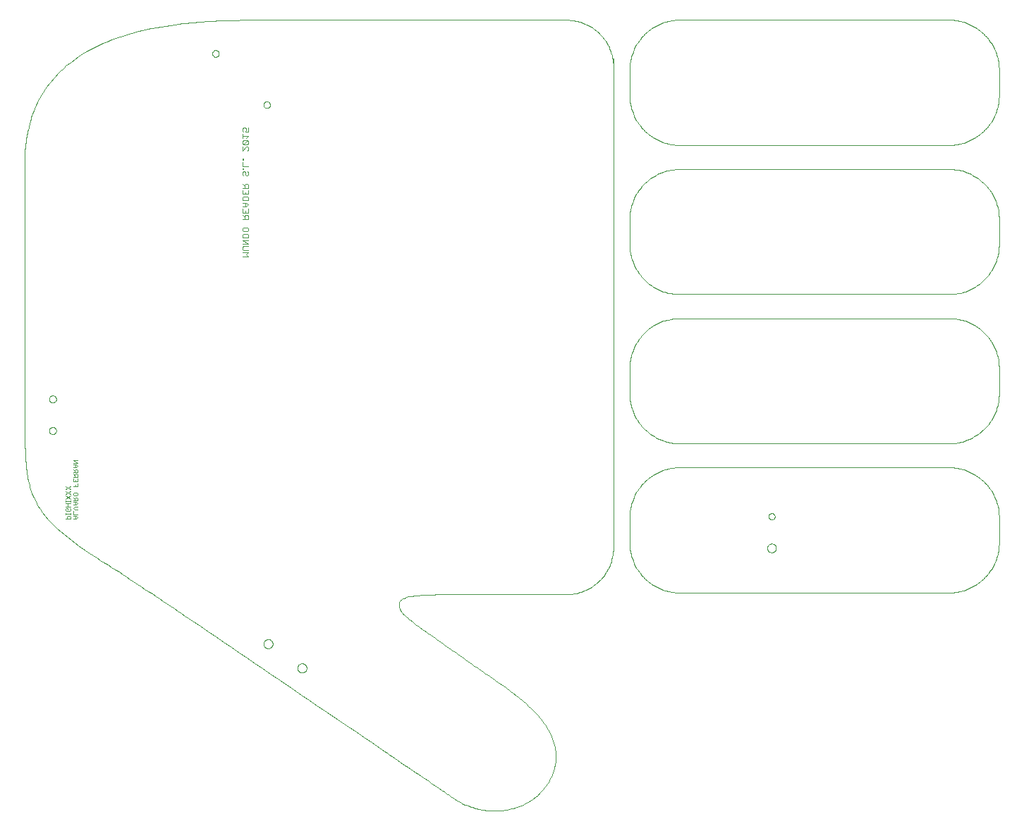
<source format=gbo>
G75*
%MOIN*%
%OFA0B0*%
%FSLAX25Y25*%
%IPPOS*%
%LPD*%
%AMOC8*
5,1,8,0,0,1.08239X$1,22.5*
%
%ADD10C,0.00394*%
%ADD11C,0.00300*%
%ADD12C,0.00400*%
%ADD13C,0.00000*%
D10*
X0114420Y0091836D02*
X0118103Y0089341D01*
X0121786Y0086847D01*
X0125468Y0084351D01*
X0129149Y0081855D01*
X0132830Y0079358D01*
X0136510Y0076861D01*
X0143870Y0071864D01*
X0147550Y0069365D01*
X0151228Y0066865D01*
X0154907Y0064365D01*
X0158586Y0061865D01*
X0165942Y0056863D01*
X0169620Y0054362D01*
X0173298Y0051860D01*
X0176976Y0049358D01*
X0180653Y0046857D01*
X0184331Y0044355D01*
X0185557Y0043521D01*
X0186783Y0042686D01*
X0188009Y0041852D01*
X0189235Y0041018D01*
X0190460Y0040184D01*
X0191686Y0039350D01*
X0192912Y0038515D01*
X0194138Y0037681D01*
X0196590Y0036013D01*
X0197816Y0035178D01*
X0199041Y0034344D01*
X0200267Y0033509D01*
X0201493Y0032675D01*
X0202719Y0031841D01*
X0203944Y0031006D01*
X0205170Y0030172D01*
X0207621Y0028503D01*
X0208847Y0027668D01*
X0211298Y0025999D01*
X0212524Y0025164D01*
X0213749Y0024329D01*
X0214151Y0024056D01*
X0214551Y0023779D01*
X0214951Y0023500D01*
X0215351Y0023220D01*
X0215751Y0022939D01*
X0216151Y0022658D01*
X0216551Y0022377D01*
X0216952Y0022096D01*
X0217756Y0021537D01*
X0218159Y0021260D01*
X0218971Y0020712D01*
X0219379Y0020441D01*
X0219790Y0020177D01*
X0220201Y0019912D01*
X0220615Y0019653D01*
X0221033Y0019401D01*
X0221451Y0019149D01*
X0221873Y0018904D01*
X0222726Y0018433D01*
X0223157Y0018207D01*
X0223594Y0017992D01*
X0224254Y0017667D01*
X0224925Y0017364D01*
X0225604Y0017084D01*
X0226284Y0016803D01*
X0226972Y0016544D01*
X0227669Y0016308D01*
X0228365Y0016071D01*
X0229069Y0015857D01*
X0229779Y0015666D01*
X0230488Y0015475D01*
X0231205Y0015306D01*
X0231925Y0015160D01*
X0232646Y0015014D01*
X0233371Y0014891D01*
X0234100Y0014791D01*
X0234828Y0014691D01*
X0235560Y0014615D01*
X0237027Y0014508D01*
X0237762Y0014478D01*
X0239232Y0014465D01*
X0239968Y0014482D01*
X0240702Y0014524D01*
X0241707Y0014580D01*
X0242710Y0014682D01*
X0243705Y0014831D01*
X0244701Y0014980D01*
X0245689Y0015174D01*
X0246665Y0015414D01*
X0247641Y0015654D01*
X0248605Y0015940D01*
X0250498Y0016603D01*
X0251428Y0016980D01*
X0252336Y0017402D01*
X0253243Y0017824D01*
X0254129Y0018291D01*
X0254988Y0018803D01*
X0255847Y0019315D01*
X0256679Y0019872D01*
X0258280Y0021075D01*
X0259048Y0021722D01*
X0260512Y0023103D01*
X0261207Y0023838D01*
X0261861Y0024617D01*
X0262532Y0025416D01*
X0263151Y0026248D01*
X0263715Y0027108D01*
X0264280Y0027968D01*
X0264790Y0028855D01*
X0265243Y0029766D01*
X0265696Y0030676D01*
X0266092Y0031609D01*
X0266428Y0032560D01*
X0266763Y0033511D01*
X0267039Y0034480D01*
X0267463Y0036441D01*
X0267613Y0037435D01*
X0267696Y0038435D01*
X0267780Y0039436D01*
X0267797Y0040444D01*
X0267694Y0042465D01*
X0267574Y0043477D01*
X0267382Y0044486D01*
X0267190Y0045496D01*
X0266927Y0046502D01*
X0266588Y0047501D01*
X0266243Y0048521D01*
X0265840Y0049517D01*
X0265387Y0050488D01*
X0264935Y0051459D01*
X0264432Y0052406D01*
X0263885Y0053329D01*
X0263339Y0054253D01*
X0262749Y0055153D01*
X0262123Y0056030D01*
X0261497Y0056907D01*
X0260835Y0057761D01*
X0260142Y0058592D01*
X0259450Y0059424D01*
X0258728Y0060234D01*
X0257984Y0061022D01*
X0257239Y0061810D01*
X0256472Y0062577D01*
X0255689Y0063322D01*
X0254905Y0064068D01*
X0254106Y0064793D01*
X0253298Y0065497D01*
X0252490Y0066202D01*
X0251672Y0066886D01*
X0250853Y0067551D01*
X0250015Y0068231D01*
X0249169Y0068900D01*
X0247461Y0070223D01*
X0246599Y0070876D01*
X0245732Y0071522D01*
X0244865Y0072167D01*
X0243992Y0072807D01*
X0243115Y0073440D01*
X0242237Y0074074D01*
X0241355Y0074703D01*
X0240471Y0075327D01*
X0239586Y0075952D01*
X0238698Y0076572D01*
X0237810Y0077191D01*
X0236921Y0077809D01*
X0236031Y0078425D01*
X0235141Y0079041D01*
X0234251Y0079656D01*
X0233361Y0080270D01*
X0232473Y0080885D01*
X0231585Y0081501D01*
X0230698Y0082116D01*
X0229815Y0082735D01*
X0228903Y0083373D01*
X0227990Y0084011D01*
X0226164Y0085286D01*
X0225251Y0085924D01*
X0224338Y0086561D01*
X0223424Y0087198D01*
X0222511Y0087836D01*
X0221598Y0088473D01*
X0220685Y0089111D01*
X0219772Y0089749D01*
X0218860Y0090387D01*
X0217947Y0091026D01*
X0217035Y0091665D01*
X0216124Y0092304D01*
X0215212Y0092944D01*
X0214301Y0093585D01*
X0213391Y0094226D01*
X0212481Y0094868D01*
X0211571Y0095510D01*
X0210663Y0096154D01*
X0209754Y0096798D01*
X0208847Y0097443D01*
X0207940Y0098090D01*
X0207542Y0098374D01*
X0207143Y0098657D01*
X0206743Y0098940D01*
X0206343Y0099222D01*
X0205942Y0099504D01*
X0205541Y0099787D01*
X0205140Y0100070D01*
X0204739Y0100353D01*
X0204338Y0100637D01*
X0203938Y0100921D01*
X0203538Y0101207D01*
X0203140Y0101494D01*
X0202741Y0101781D01*
X0202344Y0102069D01*
X0201554Y0102652D01*
X0201161Y0102946D01*
X0200771Y0103243D01*
X0200381Y0103540D01*
X0199993Y0103840D01*
X0199609Y0104144D01*
X0199226Y0104448D01*
X0198845Y0104755D01*
X0198469Y0105068D01*
X0198220Y0105274D01*
X0197946Y0105502D01*
X0197658Y0105748D01*
X0197370Y0105994D01*
X0197069Y0106259D01*
X0196766Y0106540D01*
X0196464Y0106820D01*
X0196160Y0107117D01*
X0195574Y0107736D01*
X0195292Y0108059D01*
X0194773Y0108727D01*
X0194537Y0109072D01*
X0194134Y0109778D01*
X0193967Y0110139D01*
X0193848Y0110506D01*
X0193728Y0110873D01*
X0193656Y0111245D01*
X0193643Y0111620D01*
X0193630Y0111996D01*
X0193676Y0112375D01*
X0193794Y0112754D01*
X0193916Y0113147D01*
X0194108Y0113494D01*
X0194355Y0113801D01*
X0194602Y0114107D01*
X0194905Y0114373D01*
X0195249Y0114604D01*
X0195593Y0114835D01*
X0195979Y0115031D01*
X0196804Y0115367D01*
X0197244Y0115507D01*
X0198150Y0115740D01*
X0198616Y0115834D01*
X0199082Y0115912D01*
X0199547Y0115990D01*
X0200011Y0116051D01*
X0200908Y0116152D01*
X0201342Y0116192D01*
X0201746Y0116227D01*
X0202151Y0116263D01*
X0202526Y0116294D01*
X0202857Y0116326D01*
X0203312Y0116370D01*
X0203766Y0116410D01*
X0204677Y0116482D01*
X0205132Y0116514D01*
X0205588Y0116542D01*
X0206043Y0116570D01*
X0206499Y0116595D01*
X0206956Y0116616D01*
X0207412Y0116638D01*
X0207868Y0116656D01*
X0208325Y0116672D01*
X0208781Y0116688D01*
X0209238Y0116701D01*
X0210151Y0116723D01*
X0210608Y0116732D01*
X0211064Y0116739D01*
X0211521Y0116746D01*
X0211977Y0116751D01*
X0212434Y0116755D01*
X0212891Y0116759D01*
X0213347Y0116762D01*
X0213803Y0116764D01*
X0214793Y0116768D01*
X0215783Y0116771D01*
X0217764Y0116777D01*
X0218754Y0116779D01*
X0219744Y0116781D01*
X0220734Y0116782D01*
X0221724Y0116784D01*
X0222714Y0116784D01*
X0223704Y0116785D01*
X0224695Y0116786D01*
X0225685Y0116786D01*
X0226675Y0116786D01*
X0227665Y0116786D01*
X0228655Y0116786D01*
X0229645Y0116786D01*
X0230635Y0116786D01*
X0231626Y0116786D01*
X0232616Y0116786D01*
X0233606Y0116787D01*
X0234596Y0116787D01*
X0235586Y0116788D01*
X0236576Y0116788D01*
X0237566Y0116790D01*
X0238764Y0116791D01*
X0239962Y0116793D01*
X0242358Y0116795D01*
X0243555Y0116796D01*
X0244753Y0116797D01*
X0245951Y0116799D01*
X0247149Y0116800D01*
X0248347Y0116801D01*
X0249545Y0116802D01*
X0250743Y0116802D01*
X0251940Y0116803D01*
X0253138Y0116804D01*
X0254336Y0116805D01*
X0256732Y0116806D01*
X0257930Y0116806D01*
X0259127Y0116807D01*
X0260325Y0116807D01*
X0261523Y0116808D01*
X0262721Y0116808D01*
X0263919Y0116808D01*
X0265117Y0116808D01*
X0266718Y0116808D01*
X0267123Y0116804D01*
X0267531Y0116799D01*
X0267938Y0116794D01*
X0268347Y0116786D01*
X0268757Y0116779D01*
X0269167Y0116772D01*
X0269578Y0116766D01*
X0269989Y0116761D01*
X0270401Y0116756D01*
X0270813Y0116753D01*
X0271636Y0116755D01*
X0272047Y0116760D01*
X0272869Y0116781D01*
X0273279Y0116798D01*
X0273687Y0116822D01*
X0274095Y0116846D01*
X0274502Y0116878D01*
X0275312Y0116960D01*
X0275714Y0117011D01*
X0276114Y0117073D01*
X0276875Y0117192D01*
X0277626Y0117350D01*
X0278366Y0117547D01*
X0279106Y0117744D01*
X0279834Y0117979D01*
X0280547Y0118250D01*
X0281260Y0118521D01*
X0281959Y0118828D01*
X0282641Y0119170D01*
X0283322Y0119512D01*
X0283986Y0119888D01*
X0284630Y0120296D01*
X0285273Y0120704D01*
X0285896Y0121144D01*
X0286496Y0121615D01*
X0287096Y0122085D01*
X0287673Y0122586D01*
X0288224Y0123115D01*
X0288774Y0123644D01*
X0289299Y0124201D01*
X0289795Y0124785D01*
X0290290Y0125368D01*
X0290757Y0125978D01*
X0291191Y0126612D01*
X0291565Y0127156D01*
X0291906Y0127708D01*
X0292217Y0128270D01*
X0292528Y0128831D01*
X0292810Y0129401D01*
X0293317Y0130555D01*
X0293544Y0131140D01*
X0293744Y0131732D01*
X0293945Y0132324D01*
X0294120Y0132922D01*
X0294272Y0133527D01*
X0294424Y0134132D01*
X0294553Y0134743D01*
X0294660Y0135360D01*
X0294768Y0135977D01*
X0294854Y0136599D01*
X0294988Y0137853D01*
X0295037Y0138485D01*
X0295068Y0139121D01*
X0295100Y0139758D01*
X0295114Y0140398D01*
X0295114Y0370099D01*
X0295096Y0365780D01*
X0295057Y0366455D01*
X0295019Y0367131D01*
X0294959Y0367802D01*
X0294878Y0368466D01*
X0294796Y0369131D01*
X0294692Y0369790D01*
X0294563Y0370441D01*
X0294435Y0371093D01*
X0294282Y0371738D01*
X0293922Y0373011D01*
X0293716Y0373640D01*
X0293482Y0374260D01*
X0293247Y0374880D01*
X0292984Y0375491D01*
X0292690Y0376092D01*
X0292396Y0376693D01*
X0292071Y0377284D01*
X0291714Y0377865D01*
X0291357Y0378445D01*
X0290968Y0379015D01*
X0290543Y0379572D01*
X0290076Y0380186D01*
X0289578Y0380774D01*
X0288526Y0381895D01*
X0287972Y0382427D01*
X0287394Y0382929D01*
X0286815Y0383431D01*
X0286212Y0383904D01*
X0284962Y0384786D01*
X0284315Y0385195D01*
X0282984Y0385947D01*
X0282300Y0386289D01*
X0281599Y0386596D01*
X0280899Y0386903D01*
X0280183Y0387175D01*
X0279454Y0387409D01*
X0278725Y0387644D01*
X0277983Y0387841D01*
X0277231Y0387999D01*
X0276479Y0388158D01*
X0275718Y0388277D01*
X0274949Y0388355D01*
X0274570Y0388394D01*
X0274190Y0388425D01*
X0273809Y0388450D01*
X0273428Y0388474D01*
X0273046Y0388493D01*
X0272664Y0388506D01*
X0272281Y0388519D01*
X0271898Y0388528D01*
X0271514Y0388532D01*
X0271131Y0388537D01*
X0270747Y0388538D01*
X0270362Y0388537D01*
X0269978Y0388535D01*
X0269594Y0388531D01*
X0269210Y0388526D01*
X0268826Y0388521D01*
X0268442Y0388515D01*
X0268059Y0388509D01*
X0267675Y0388503D01*
X0267292Y0388497D01*
X0266528Y0388489D01*
X0266146Y0388486D01*
X0130394Y0388486D01*
X0128533Y0388483D01*
X0126671Y0388475D01*
X0124809Y0388466D01*
X0122947Y0388452D01*
X0121086Y0388429D01*
X0119224Y0388405D01*
X0117363Y0388372D01*
X0113642Y0388282D01*
X0111783Y0388224D01*
X0109923Y0388151D01*
X0108064Y0388078D01*
X0106206Y0387989D01*
X0104349Y0387881D01*
X0102492Y0387773D01*
X0100636Y0387646D01*
X0098782Y0387497D01*
X0096927Y0387348D01*
X0095074Y0387176D01*
X0093222Y0386980D01*
X0091371Y0386783D01*
X0089521Y0386560D01*
X0087673Y0386309D01*
X0085526Y0386017D01*
X0083369Y0385690D01*
X0081210Y0385320D01*
X0079051Y0384949D01*
X0076891Y0384536D01*
X0074737Y0384072D01*
X0072584Y0383609D01*
X0070437Y0383095D01*
X0068307Y0382523D01*
X0066176Y0381951D01*
X0064062Y0381322D01*
X0059882Y0379933D01*
X0057817Y0379174D01*
X0055785Y0378342D01*
X0053753Y0377510D01*
X0051755Y0376605D01*
X0049799Y0375621D01*
X0047844Y0374637D01*
X0045930Y0373573D01*
X0044068Y0372421D01*
X0042205Y0371270D01*
X0040394Y0370031D01*
X0038643Y0368698D01*
X0037813Y0368066D01*
X0037000Y0367413D01*
X0036207Y0366738D01*
X0035413Y0366063D01*
X0034638Y0365367D01*
X0033884Y0364651D01*
X0033129Y0363935D01*
X0032395Y0363199D01*
X0030970Y0361686D01*
X0030279Y0360910D01*
X0028944Y0359319D01*
X0028299Y0358505D01*
X0027059Y0356839D01*
X0026464Y0355988D01*
X0025324Y0354249D01*
X0024780Y0353362D01*
X0023746Y0351553D01*
X0023257Y0350631D01*
X0022796Y0349693D01*
X0022409Y0348905D01*
X0022048Y0348111D01*
X0021372Y0346513D01*
X0021057Y0345708D01*
X0020764Y0344899D01*
X0020470Y0344089D01*
X0020197Y0343275D01*
X0019942Y0342455D01*
X0019687Y0341636D01*
X0019450Y0340812D01*
X0019008Y0339155D01*
X0018803Y0338322D01*
X0018610Y0337484D01*
X0018418Y0336647D01*
X0018238Y0335805D01*
X0018069Y0334959D01*
X0017899Y0334114D01*
X0017741Y0333264D01*
X0017589Y0332410D01*
X0017438Y0331557D01*
X0017295Y0330700D01*
X0017157Y0329839D01*
X0017099Y0329480D01*
X0017053Y0329117D01*
X0016978Y0328382D01*
X0016949Y0328011D01*
X0016907Y0327265D01*
X0016893Y0326889D01*
X0016883Y0326511D01*
X0016874Y0326134D01*
X0016870Y0325755D01*
X0016869Y0325376D01*
X0016869Y0324997D01*
X0016871Y0324618D01*
X0016874Y0324239D01*
X0016878Y0323860D01*
X0016882Y0323483D01*
X0016889Y0322731D01*
X0016892Y0322357D01*
X0016892Y0321987D01*
X0016892Y0321616D01*
X0016889Y0321248D01*
X0016882Y0320885D01*
X0016873Y0320497D01*
X0016867Y0320109D01*
X0016861Y0319720D01*
X0016855Y0319332D01*
X0016851Y0318944D01*
X0016847Y0318556D01*
X0016844Y0318167D01*
X0016841Y0317779D01*
X0016839Y0317391D01*
X0016838Y0317003D01*
X0016836Y0316614D01*
X0016836Y0316226D01*
X0016835Y0315838D01*
X0016835Y0315449D01*
X0016835Y0315061D01*
X0016836Y0314673D01*
X0016836Y0314285D01*
X0016837Y0313896D01*
X0016837Y0313508D01*
X0016838Y0313120D01*
X0016838Y0312731D01*
X0016839Y0312343D01*
X0016839Y0311955D01*
X0016839Y0208801D01*
X0016839Y0208056D01*
X0016838Y0207310D01*
X0016837Y0206564D01*
X0016836Y0205819D01*
X0016835Y0205073D01*
X0016834Y0204327D01*
X0016833Y0203582D01*
X0016831Y0202090D01*
X0016831Y0201345D01*
X0016830Y0200599D01*
X0016830Y0199853D01*
X0016830Y0199108D01*
X0016831Y0198362D01*
X0016831Y0197616D01*
X0016833Y0196871D01*
X0016835Y0196125D01*
X0016837Y0195379D01*
X0016840Y0194634D01*
X0016844Y0193888D01*
X0016848Y0193142D01*
X0016853Y0192397D01*
X0016859Y0191651D01*
X0016868Y0190610D01*
X0016877Y0189565D01*
X0016891Y0188516D01*
X0016904Y0187468D01*
X0016923Y0186416D01*
X0016952Y0185364D01*
X0016980Y0184311D01*
X0017018Y0183257D01*
X0017124Y0181151D01*
X0017191Y0180099D01*
X0017277Y0179048D01*
X0017363Y0177998D01*
X0017469Y0176951D01*
X0017727Y0174864D01*
X0017881Y0173825D01*
X0018063Y0172792D01*
X0018245Y0171759D01*
X0018455Y0170732D01*
X0018699Y0169712D01*
X0018943Y0168693D01*
X0019221Y0167682D01*
X0019536Y0166680D01*
X0020176Y0164648D01*
X0020987Y0162717D01*
X0021943Y0160877D01*
X0022899Y0159037D01*
X0024000Y0157287D01*
X0025219Y0155617D01*
X0026437Y0153947D01*
X0027775Y0152357D01*
X0029204Y0150836D01*
X0030634Y0149315D01*
X0032156Y0147864D01*
X0033743Y0146472D01*
X0035331Y0145080D01*
X0036984Y0143747D01*
X0040370Y0141178D01*
X0042102Y0139942D01*
X0045594Y0137547D01*
X0047353Y0136387D01*
X0049099Y0135255D01*
X0050845Y0134123D01*
X0052578Y0133018D01*
X0054272Y0131931D01*
X0056027Y0130804D01*
X0057780Y0129673D01*
X0059529Y0128538D01*
X0061279Y0127404D01*
X0063026Y0126265D01*
X0064771Y0125123D01*
X0066516Y0123981D01*
X0068258Y0122835D01*
X0069999Y0121687D01*
X0071739Y0120538D01*
X0073478Y0119387D01*
X0075215Y0118233D01*
X0076952Y0117079D01*
X0078687Y0115922D01*
X0080420Y0114764D01*
X0082154Y0113605D01*
X0083887Y0112444D01*
X0085618Y0111282D01*
X0087350Y0110120D01*
X0089080Y0108956D01*
X0090810Y0107791D01*
X0092539Y0106625D01*
X0094268Y0105459D01*
X0095997Y0104292D01*
X0099683Y0101803D01*
X0103368Y0099313D01*
X0107053Y0096821D01*
X0110737Y0094329D01*
X0114420Y0091836D01*
X0303036Y0137277D02*
X0302915Y0138057D01*
X0302753Y0139640D01*
X0302712Y0140443D01*
X0302712Y0154004D01*
X0302753Y0154807D01*
X0302834Y0155598D01*
X0302915Y0156390D01*
X0303036Y0157170D01*
X0303194Y0157937D01*
X0303352Y0158704D01*
X0303547Y0159458D01*
X0303778Y0160197D01*
X0304009Y0160935D01*
X0304276Y0161658D01*
X0304875Y0163070D01*
X0305209Y0163759D01*
X0305573Y0164428D01*
X0305938Y0165097D01*
X0306334Y0165747D01*
X0307186Y0167004D01*
X0307641Y0167612D01*
X0308606Y0168779D01*
X0309115Y0169340D01*
X0309651Y0169875D01*
X0310186Y0170410D01*
X0310746Y0170920D01*
X0311914Y0171885D01*
X0312521Y0172340D01*
X0313779Y0173191D01*
X0314429Y0173587D01*
X0315098Y0173952D01*
X0315767Y0174317D01*
X0316456Y0174650D01*
X0317868Y0175250D01*
X0318591Y0175517D01*
X0319329Y0175748D01*
X0320068Y0175979D01*
X0320821Y0176174D01*
X0322355Y0176490D01*
X0323136Y0176611D01*
X0324719Y0176773D01*
X0325522Y0176814D01*
X0454499Y0176814D01*
X0455302Y0176773D01*
X0456885Y0176611D01*
X0457665Y0176490D01*
X0458432Y0176332D01*
X0459199Y0176174D01*
X0459953Y0175979D01*
X0460691Y0175748D01*
X0461430Y0175517D01*
X0462153Y0175250D01*
X0463565Y0174650D01*
X0464253Y0174317D01*
X0464923Y0173952D01*
X0465592Y0173587D01*
X0466242Y0173191D01*
X0467499Y0172340D01*
X0468106Y0171885D01*
X0469274Y0170920D01*
X0469835Y0170410D01*
X0470370Y0169875D01*
X0470905Y0169340D01*
X0471415Y0168779D01*
X0472380Y0167612D01*
X0472835Y0167004D01*
X0473686Y0165747D01*
X0474082Y0165097D01*
X0474447Y0164428D01*
X0474812Y0163759D01*
X0475145Y0163070D01*
X0475745Y0161658D01*
X0476011Y0160935D01*
X0476242Y0160197D01*
X0476473Y0159458D01*
X0476669Y0158704D01*
X0476985Y0157170D01*
X0477105Y0156390D01*
X0477186Y0155598D01*
X0477267Y0154807D01*
X0477309Y0154004D01*
X0477309Y0140443D01*
X0477267Y0139640D01*
X0477105Y0138057D01*
X0476985Y0137277D01*
X0476827Y0136510D01*
X0476669Y0135743D01*
X0476473Y0134989D01*
X0476242Y0134251D01*
X0476011Y0133512D01*
X0475745Y0132789D01*
X0475145Y0131377D01*
X0474812Y0130689D01*
X0474447Y0130020D01*
X0474082Y0129350D01*
X0473686Y0128700D01*
X0473260Y0128072D01*
X0472835Y0127443D01*
X0472380Y0126836D01*
X0471897Y0126252D01*
X0471415Y0125668D01*
X0470905Y0125107D01*
X0469835Y0124037D01*
X0469274Y0123527D01*
X0468106Y0122562D01*
X0467499Y0122107D01*
X0466870Y0121682D01*
X0466242Y0121256D01*
X0465592Y0120860D01*
X0464923Y0120495D01*
X0464253Y0120130D01*
X0463565Y0119797D01*
X0462153Y0119197D01*
X0461430Y0118931D01*
X0460691Y0118700D01*
X0459953Y0118469D01*
X0459199Y0118273D01*
X0458432Y0118115D01*
X0457665Y0117957D01*
X0456885Y0117837D01*
X0455302Y0117675D01*
X0454499Y0117633D01*
X0325522Y0117633D01*
X0324719Y0117675D01*
X0323136Y0117837D01*
X0322355Y0117957D01*
X0321588Y0118115D01*
X0320821Y0118273D01*
X0320068Y0118469D01*
X0319329Y0118700D01*
X0318591Y0118931D01*
X0317868Y0119197D01*
X0316456Y0119797D01*
X0315767Y0120130D01*
X0315098Y0120495D01*
X0314429Y0120860D01*
X0313779Y0121256D01*
X0313150Y0121682D01*
X0312521Y0122107D01*
X0311914Y0122562D01*
X0310746Y0123527D01*
X0310186Y0124037D01*
X0309115Y0125107D01*
X0308606Y0125668D01*
X0308123Y0126252D01*
X0307641Y0126836D01*
X0307186Y0127443D01*
X0306760Y0128072D01*
X0306334Y0128700D01*
X0305938Y0129350D01*
X0305573Y0130020D01*
X0305209Y0130689D01*
X0304875Y0131377D01*
X0304276Y0132789D01*
X0304009Y0133512D01*
X0303778Y0134251D01*
X0303547Y0134989D01*
X0303352Y0135743D01*
X0303194Y0136510D01*
X0303036Y0137277D01*
X0319329Y0189257D02*
X0318591Y0189488D01*
X0317868Y0189755D01*
X0316456Y0190354D01*
X0315767Y0190688D01*
X0315098Y0191052D01*
X0314429Y0191417D01*
X0313779Y0191813D01*
X0313150Y0192239D01*
X0312521Y0192665D01*
X0311914Y0193120D01*
X0311330Y0193602D01*
X0310746Y0194084D01*
X0310186Y0194594D01*
X0309115Y0195665D01*
X0308606Y0196225D01*
X0307641Y0197393D01*
X0307186Y0198000D01*
X0306760Y0198629D01*
X0306334Y0199258D01*
X0305938Y0199908D01*
X0305573Y0200577D01*
X0305209Y0201246D01*
X0304875Y0201935D01*
X0304276Y0203346D01*
X0304009Y0204070D01*
X0303778Y0204808D01*
X0303547Y0205547D01*
X0303352Y0206300D01*
X0303194Y0207067D01*
X0303036Y0207834D01*
X0302915Y0208615D01*
X0302753Y0210198D01*
X0302712Y0211001D01*
X0302712Y0224561D01*
X0302753Y0225364D01*
X0302915Y0226947D01*
X0303036Y0227728D01*
X0303194Y0228495D01*
X0303352Y0229262D01*
X0303547Y0230015D01*
X0303778Y0230754D01*
X0304009Y0231492D01*
X0304276Y0232216D01*
X0304875Y0233627D01*
X0305209Y0234316D01*
X0305573Y0234985D01*
X0305938Y0235654D01*
X0306334Y0236304D01*
X0307186Y0237562D01*
X0307641Y0238169D01*
X0308606Y0239337D01*
X0309115Y0239897D01*
X0310186Y0240968D01*
X0310746Y0241478D01*
X0311914Y0242442D01*
X0312521Y0242897D01*
X0313779Y0243749D01*
X0314429Y0244145D01*
X0315098Y0244510D01*
X0315767Y0244874D01*
X0316456Y0245208D01*
X0317868Y0245807D01*
X0318591Y0246074D01*
X0319329Y0246305D01*
X0320068Y0246536D01*
X0320821Y0246731D01*
X0322355Y0247047D01*
X0323136Y0247168D01*
X0324719Y0247330D01*
X0325522Y0247371D01*
X0454499Y0247371D01*
X0455302Y0247330D01*
X0456885Y0247168D01*
X0457665Y0247047D01*
X0458432Y0246889D01*
X0459199Y0246731D01*
X0459953Y0246536D01*
X0460691Y0246305D01*
X0461430Y0246074D01*
X0462153Y0245807D01*
X0463565Y0245208D01*
X0464253Y0244874D01*
X0464923Y0244510D01*
X0465592Y0244145D01*
X0466242Y0243749D01*
X0467499Y0242897D01*
X0468106Y0242442D01*
X0469274Y0241478D01*
X0469835Y0240968D01*
X0470905Y0239897D01*
X0471415Y0239337D01*
X0472380Y0238169D01*
X0472835Y0237562D01*
X0473686Y0236304D01*
X0474082Y0235654D01*
X0474447Y0234985D01*
X0474812Y0234316D01*
X0475145Y0233627D01*
X0475745Y0232216D01*
X0476011Y0231492D01*
X0476242Y0230754D01*
X0476473Y0230015D01*
X0476669Y0229262D01*
X0476985Y0227728D01*
X0477105Y0226947D01*
X0477267Y0225364D01*
X0477309Y0224561D01*
X0477309Y0211001D01*
X0477267Y0210198D01*
X0477105Y0208615D01*
X0476985Y0207834D01*
X0476827Y0207067D01*
X0476669Y0206300D01*
X0476473Y0205547D01*
X0476242Y0204808D01*
X0476011Y0204070D01*
X0475745Y0203346D01*
X0475145Y0201935D01*
X0474812Y0201246D01*
X0474447Y0200577D01*
X0474082Y0199908D01*
X0473686Y0199258D01*
X0473260Y0198629D01*
X0472835Y0198000D01*
X0472380Y0197393D01*
X0471415Y0196225D01*
X0470905Y0195665D01*
X0469835Y0194594D01*
X0469274Y0194084D01*
X0468690Y0193602D01*
X0468106Y0193120D01*
X0467499Y0192665D01*
X0466870Y0192239D01*
X0466242Y0191813D01*
X0465592Y0191417D01*
X0464923Y0191052D01*
X0464253Y0190688D01*
X0463565Y0190354D01*
X0462153Y0189755D01*
X0461430Y0189488D01*
X0460691Y0189257D01*
X0459953Y0189026D01*
X0459199Y0188831D01*
X0458432Y0188673D01*
X0457665Y0188515D01*
X0456885Y0188394D01*
X0455302Y0188232D01*
X0454499Y0188191D01*
X0325522Y0188191D01*
X0324719Y0188232D01*
X0323136Y0188394D01*
X0322355Y0188515D01*
X0321588Y0188673D01*
X0320821Y0188831D01*
X0320068Y0189026D01*
X0319329Y0189257D01*
X0324719Y0258789D02*
X0323136Y0258951D01*
X0322355Y0259072D01*
X0320821Y0259388D01*
X0320068Y0259583D01*
X0319329Y0259814D01*
X0318591Y0260045D01*
X0317868Y0260312D01*
X0316456Y0260912D01*
X0315767Y0261245D01*
X0315098Y0261610D01*
X0314429Y0261975D01*
X0313779Y0262371D01*
X0313150Y0262796D01*
X0312521Y0263222D01*
X0311914Y0263677D01*
X0310746Y0264642D01*
X0310186Y0265152D01*
X0309115Y0266222D01*
X0308606Y0266783D01*
X0307641Y0267950D01*
X0307186Y0268558D01*
X0306760Y0269186D01*
X0306334Y0269815D01*
X0305938Y0270465D01*
X0305573Y0271134D01*
X0305209Y0271803D01*
X0304875Y0272492D01*
X0304276Y0273904D01*
X0304009Y0274627D01*
X0303778Y0275365D01*
X0303547Y0276104D01*
X0303352Y0276858D01*
X0303194Y0277625D01*
X0303036Y0278392D01*
X0302915Y0279172D01*
X0302753Y0280755D01*
X0302712Y0281558D01*
X0302712Y0295119D01*
X0302753Y0295922D01*
X0302915Y0297505D01*
X0303036Y0298285D01*
X0303194Y0299052D01*
X0303352Y0299819D01*
X0303547Y0300573D01*
X0303778Y0301311D01*
X0304009Y0302050D01*
X0304276Y0302773D01*
X0304875Y0304185D01*
X0305209Y0304873D01*
X0305573Y0305542D01*
X0305938Y0306212D01*
X0306334Y0306862D01*
X0307186Y0308119D01*
X0307641Y0308726D01*
X0308606Y0309894D01*
X0309115Y0310455D01*
X0310186Y0311525D01*
X0310746Y0312035D01*
X0311914Y0313000D01*
X0312521Y0313455D01*
X0313150Y0313880D01*
X0313779Y0314306D01*
X0314429Y0314702D01*
X0315098Y0315067D01*
X0315767Y0315432D01*
X0316456Y0315765D01*
X0317868Y0316365D01*
X0318591Y0316631D01*
X0319329Y0316862D01*
X0320068Y0317093D01*
X0320821Y0317289D01*
X0322355Y0317605D01*
X0323136Y0317725D01*
X0324719Y0317887D01*
X0325522Y0317929D01*
X0454499Y0317929D01*
X0455302Y0317887D01*
X0456885Y0317725D01*
X0457665Y0317605D01*
X0458432Y0317447D01*
X0459199Y0317289D01*
X0459953Y0317093D01*
X0460691Y0316862D01*
X0461430Y0316631D01*
X0462153Y0316365D01*
X0463565Y0315765D01*
X0464253Y0315432D01*
X0464923Y0315067D01*
X0465592Y0314702D01*
X0466242Y0314306D01*
X0466870Y0313880D01*
X0467499Y0313455D01*
X0468106Y0313000D01*
X0469274Y0312035D01*
X0469835Y0311525D01*
X0470905Y0310455D01*
X0471415Y0309894D01*
X0472380Y0308726D01*
X0472835Y0308119D01*
X0473686Y0306862D01*
X0474082Y0306212D01*
X0474447Y0305542D01*
X0474812Y0304873D01*
X0475145Y0304185D01*
X0475745Y0302773D01*
X0476011Y0302050D01*
X0476242Y0301311D01*
X0476473Y0300573D01*
X0476669Y0299819D01*
X0476985Y0298285D01*
X0477105Y0297505D01*
X0477267Y0295922D01*
X0477309Y0295119D01*
X0477309Y0281558D01*
X0477267Y0280755D01*
X0477105Y0279172D01*
X0476985Y0278392D01*
X0476827Y0277625D01*
X0476669Y0276858D01*
X0476473Y0276104D01*
X0476242Y0275365D01*
X0476011Y0274627D01*
X0475745Y0273904D01*
X0475145Y0272492D01*
X0474812Y0271803D01*
X0474447Y0271134D01*
X0474082Y0270465D01*
X0473686Y0269815D01*
X0473260Y0269186D01*
X0472835Y0268558D01*
X0472380Y0267950D01*
X0471415Y0266783D01*
X0470905Y0266222D01*
X0469835Y0265152D01*
X0469274Y0264642D01*
X0468106Y0263677D01*
X0467499Y0263222D01*
X0466870Y0262796D01*
X0466242Y0262371D01*
X0465592Y0261975D01*
X0464253Y0261245D01*
X0463565Y0260912D01*
X0462153Y0260312D01*
X0461430Y0260045D01*
X0460691Y0259814D01*
X0459953Y0259583D01*
X0459199Y0259388D01*
X0458432Y0259230D01*
X0457665Y0259072D01*
X0456885Y0258951D01*
X0455302Y0258789D01*
X0454499Y0258748D01*
X0325522Y0258748D01*
X0324719Y0258789D01*
X0325522Y0329305D02*
X0454499Y0329305D01*
X0455302Y0329347D01*
X0456885Y0329509D01*
X0457665Y0329629D01*
X0458432Y0329787D01*
X0459199Y0329945D01*
X0459953Y0330141D01*
X0460691Y0330372D01*
X0461430Y0330603D01*
X0462153Y0330869D01*
X0463565Y0331469D01*
X0464253Y0331802D01*
X0464923Y0332167D01*
X0465592Y0332532D01*
X0466242Y0332928D01*
X0467499Y0333779D01*
X0468106Y0334234D01*
X0469274Y0335199D01*
X0469835Y0335709D01*
X0470905Y0336779D01*
X0471415Y0337340D01*
X0472380Y0338508D01*
X0472835Y0339115D01*
X0473686Y0340372D01*
X0474082Y0341022D01*
X0474447Y0341691D01*
X0474812Y0342361D01*
X0475145Y0343049D01*
X0475745Y0344461D01*
X0476011Y0345184D01*
X0476242Y0345923D01*
X0476473Y0346661D01*
X0476669Y0347415D01*
X0476827Y0348182D01*
X0476985Y0348949D01*
X0477105Y0349729D01*
X0477267Y0351312D01*
X0477309Y0352115D01*
X0477309Y0365676D01*
X0477267Y0366479D01*
X0477105Y0368062D01*
X0476985Y0368842D01*
X0476827Y0369609D01*
X0476669Y0370376D01*
X0476473Y0371130D01*
X0476242Y0371868D01*
X0476011Y0372607D01*
X0475745Y0373330D01*
X0475145Y0374742D01*
X0474812Y0375431D01*
X0474447Y0376100D01*
X0474082Y0376769D01*
X0473686Y0377419D01*
X0473260Y0378048D01*
X0472835Y0378676D01*
X0472380Y0379284D01*
X0471415Y0380451D01*
X0470905Y0381012D01*
X0469835Y0382082D01*
X0469274Y0382592D01*
X0468106Y0383557D01*
X0467499Y0384012D01*
X0466870Y0384438D01*
X0466242Y0384863D01*
X0465592Y0385259D01*
X0464923Y0385624D01*
X0464253Y0385989D01*
X0463565Y0386322D01*
X0462153Y0386922D01*
X0461430Y0387188D01*
X0460691Y0387419D01*
X0459953Y0387650D01*
X0459199Y0387846D01*
X0458432Y0388004D01*
X0457665Y0388162D01*
X0456885Y0388282D01*
X0455302Y0388445D01*
X0454499Y0388486D01*
X0325522Y0388486D01*
X0324719Y0388445D01*
X0323136Y0388282D01*
X0322355Y0388162D01*
X0321588Y0388004D01*
X0320821Y0387846D01*
X0320068Y0387650D01*
X0319329Y0387419D01*
X0318591Y0387188D01*
X0317868Y0386922D01*
X0316456Y0386322D01*
X0315767Y0385989D01*
X0315098Y0385624D01*
X0314429Y0385259D01*
X0313779Y0384863D01*
X0313150Y0384438D01*
X0312521Y0384012D01*
X0311914Y0383557D01*
X0310746Y0382592D01*
X0310186Y0382082D01*
X0309115Y0381012D01*
X0308606Y0380451D01*
X0307641Y0379284D01*
X0307186Y0378676D01*
X0306760Y0378048D01*
X0306334Y0377419D01*
X0305938Y0376769D01*
X0305573Y0376100D01*
X0305209Y0375431D01*
X0304875Y0374742D01*
X0304276Y0373330D01*
X0304009Y0372607D01*
X0303778Y0371868D01*
X0303547Y0371130D01*
X0303352Y0370376D01*
X0303194Y0369609D01*
X0303036Y0368842D01*
X0302915Y0368062D01*
X0302753Y0366479D01*
X0302712Y0365676D01*
X0302712Y0352115D01*
X0302753Y0351312D01*
X0302915Y0349729D01*
X0303036Y0348949D01*
X0303194Y0348182D01*
X0303352Y0347415D01*
X0303547Y0346661D01*
X0303778Y0345923D01*
X0304009Y0345184D01*
X0304276Y0344461D01*
X0304875Y0343049D01*
X0305209Y0342361D01*
X0305573Y0341691D01*
X0305938Y0341022D01*
X0306334Y0340372D01*
X0307186Y0339115D01*
X0307641Y0338508D01*
X0308606Y0337340D01*
X0309115Y0336779D01*
X0310186Y0335709D01*
X0310746Y0335199D01*
X0311914Y0334234D01*
X0312521Y0333779D01*
X0313779Y0332928D01*
X0314429Y0332532D01*
X0315098Y0332167D01*
X0315767Y0331802D01*
X0316456Y0331469D01*
X0317868Y0330869D01*
X0318591Y0330603D01*
X0319329Y0330372D01*
X0320068Y0330141D01*
X0320821Y0329945D01*
X0322355Y0329629D01*
X0323136Y0329509D01*
X0324719Y0329347D01*
X0325522Y0329305D01*
D11*
X0041898Y0180398D02*
X0039796Y0180398D01*
X0041898Y0178997D01*
X0039796Y0178997D01*
X0039796Y0178188D02*
X0041198Y0178188D01*
X0041898Y0177488D01*
X0041198Y0176787D01*
X0039796Y0176787D01*
X0039796Y0175978D02*
X0040497Y0175278D01*
X0040497Y0175628D02*
X0040497Y0174577D01*
X0039796Y0174577D02*
X0041898Y0174577D01*
X0041898Y0175628D01*
X0041548Y0175978D01*
X0040847Y0175978D01*
X0040497Y0175628D01*
X0040847Y0176787D02*
X0040847Y0178188D01*
X0040847Y0173768D02*
X0040497Y0173418D01*
X0040497Y0172367D01*
X0039796Y0172367D02*
X0041898Y0172367D01*
X0041898Y0173418D01*
X0041548Y0173768D01*
X0040847Y0173768D01*
X0040497Y0173068D02*
X0039796Y0173768D01*
X0039796Y0171559D02*
X0039796Y0170157D01*
X0041898Y0170157D01*
X0041898Y0171559D01*
X0040847Y0170858D02*
X0040847Y0170157D01*
X0041898Y0169349D02*
X0041898Y0167947D01*
X0039796Y0167947D01*
X0040847Y0167947D02*
X0040847Y0168648D01*
X0038298Y0167875D02*
X0036196Y0166474D01*
X0036196Y0165666D02*
X0038298Y0164264D01*
X0038298Y0163456D02*
X0036196Y0162054D01*
X0036196Y0161282D02*
X0036196Y0160581D01*
X0036196Y0160932D02*
X0038298Y0160932D01*
X0038298Y0161282D02*
X0038298Y0160581D01*
X0038298Y0159773D02*
X0036196Y0159773D01*
X0037247Y0159773D02*
X0037247Y0158371D01*
X0037247Y0157563D02*
X0037247Y0156862D01*
X0037247Y0157563D02*
X0036547Y0157563D01*
X0036196Y0157212D01*
X0036196Y0156512D01*
X0036547Y0156161D01*
X0037948Y0156161D01*
X0038298Y0156512D01*
X0038298Y0157212D01*
X0037948Y0157563D01*
X0038298Y0158371D02*
X0036196Y0158371D01*
X0036196Y0155389D02*
X0036196Y0154688D01*
X0036196Y0155038D02*
X0038298Y0155038D01*
X0038298Y0154688D02*
X0038298Y0155389D01*
X0037948Y0153880D02*
X0037247Y0153880D01*
X0036897Y0153529D01*
X0036897Y0152478D01*
X0036196Y0152478D02*
X0038298Y0152478D01*
X0038298Y0153529D01*
X0037948Y0153880D01*
X0039796Y0153880D02*
X0041198Y0153880D01*
X0041898Y0153179D01*
X0041198Y0152478D01*
X0039796Y0152478D01*
X0040847Y0152478D02*
X0040847Y0153880D01*
X0039796Y0154688D02*
X0039796Y0156089D01*
X0040497Y0156898D02*
X0039796Y0157599D01*
X0040497Y0158299D01*
X0041898Y0158299D01*
X0041198Y0159108D02*
X0041898Y0159809D01*
X0041198Y0160509D01*
X0039796Y0160509D01*
X0039796Y0161318D02*
X0041898Y0161318D01*
X0041898Y0162369D01*
X0041548Y0162719D01*
X0040847Y0162719D01*
X0040497Y0162369D01*
X0040497Y0161318D01*
X0040497Y0162018D02*
X0039796Y0162719D01*
X0040147Y0163528D02*
X0039796Y0163878D01*
X0039796Y0164579D01*
X0040147Y0164929D01*
X0041548Y0164929D01*
X0041898Y0164579D01*
X0041898Y0163878D01*
X0041548Y0163528D01*
X0040147Y0163528D01*
X0038298Y0162054D02*
X0036196Y0163456D01*
X0036196Y0164264D02*
X0038298Y0165666D01*
X0038298Y0166474D02*
X0036196Y0167875D01*
X0040847Y0160509D02*
X0040847Y0159108D01*
X0041198Y0159108D02*
X0039796Y0159108D01*
X0040497Y0156898D02*
X0041898Y0156898D01*
X0041898Y0154688D02*
X0039796Y0154688D01*
D12*
X0119696Y0276630D02*
X0122499Y0276630D01*
X0121565Y0277564D01*
X0122499Y0278498D01*
X0119696Y0278498D01*
X0120164Y0279576D02*
X0119696Y0280044D01*
X0119696Y0280978D01*
X0120164Y0281445D01*
X0122499Y0281445D01*
X0122499Y0282523D02*
X0119696Y0284391D01*
X0122499Y0284391D01*
X0122499Y0285470D02*
X0122499Y0286871D01*
X0122032Y0287338D01*
X0120164Y0287338D01*
X0119696Y0286871D01*
X0119696Y0285470D01*
X0122499Y0285470D01*
X0122499Y0282523D02*
X0119696Y0282523D01*
X0120164Y0279576D02*
X0122499Y0279576D01*
X0122032Y0288416D02*
X0120164Y0288416D01*
X0119696Y0288883D01*
X0119696Y0289817D01*
X0120164Y0290284D01*
X0122032Y0290284D01*
X0122499Y0289817D01*
X0122499Y0288883D01*
X0122032Y0288416D01*
X0122499Y0294309D02*
X0122499Y0295710D01*
X0122032Y0296177D01*
X0121098Y0296177D01*
X0120631Y0295710D01*
X0120631Y0294309D01*
X0120631Y0295243D02*
X0119696Y0296177D01*
X0119696Y0297256D02*
X0119696Y0299124D01*
X0119696Y0300202D02*
X0121565Y0300202D01*
X0122499Y0301136D01*
X0121565Y0302070D01*
X0119696Y0302070D01*
X0119696Y0303149D02*
X0119696Y0304550D01*
X0120164Y0305017D01*
X0122032Y0305017D01*
X0122499Y0304550D01*
X0122499Y0303149D01*
X0119696Y0303149D01*
X0121098Y0302070D02*
X0121098Y0300202D01*
X0122499Y0299124D02*
X0122499Y0297256D01*
X0119696Y0297256D01*
X0121098Y0297256D02*
X0121098Y0298190D01*
X0119696Y0294309D02*
X0122499Y0294309D01*
X0122499Y0306095D02*
X0119696Y0306095D01*
X0119696Y0307963D01*
X0119696Y0309042D02*
X0122499Y0309042D01*
X0122499Y0310443D01*
X0122032Y0310910D01*
X0121098Y0310910D01*
X0120631Y0310443D01*
X0120631Y0309042D01*
X0120631Y0309976D02*
X0119696Y0310910D01*
X0120164Y0314935D02*
X0119696Y0315402D01*
X0119696Y0316336D01*
X0120164Y0316803D01*
X0120631Y0316803D01*
X0121098Y0316336D01*
X0121098Y0315402D01*
X0121565Y0314935D01*
X0122032Y0314935D01*
X0122499Y0315402D01*
X0122499Y0316336D01*
X0122032Y0316803D01*
X0120164Y0317881D02*
X0120164Y0318348D01*
X0119696Y0318348D01*
X0119696Y0317881D01*
X0120164Y0317881D01*
X0119696Y0319354D02*
X0119696Y0321223D01*
X0119696Y0322301D02*
X0119696Y0322768D01*
X0120164Y0322768D01*
X0120164Y0322301D01*
X0119696Y0322301D01*
X0119696Y0319354D02*
X0122499Y0319354D01*
X0122032Y0326721D02*
X0122499Y0327188D01*
X0122499Y0328122D01*
X0122032Y0328589D01*
X0121565Y0328589D01*
X0119696Y0326721D01*
X0119696Y0328589D01*
X0120164Y0329667D02*
X0122032Y0331536D01*
X0120164Y0331536D01*
X0119696Y0331068D01*
X0119696Y0330134D01*
X0120164Y0329667D01*
X0122032Y0329667D01*
X0122499Y0330134D01*
X0122499Y0331068D01*
X0122032Y0331536D01*
X0121565Y0332614D02*
X0122499Y0333548D01*
X0119696Y0333548D01*
X0119696Y0332614D02*
X0119696Y0334482D01*
X0120164Y0335560D02*
X0119696Y0336027D01*
X0119696Y0336962D01*
X0120164Y0337429D01*
X0121098Y0337429D01*
X0121565Y0336962D01*
X0121565Y0336494D01*
X0121098Y0335560D01*
X0122499Y0335560D01*
X0122499Y0337429D01*
X0122499Y0307963D02*
X0122499Y0306095D01*
X0121098Y0306095D02*
X0121098Y0307029D01*
D13*
X0129630Y0348343D02*
X0129632Y0348422D01*
X0129638Y0348501D01*
X0129648Y0348580D01*
X0129662Y0348658D01*
X0129679Y0348735D01*
X0129701Y0348811D01*
X0129726Y0348886D01*
X0129756Y0348959D01*
X0129788Y0349031D01*
X0129825Y0349102D01*
X0129865Y0349170D01*
X0129908Y0349236D01*
X0129954Y0349300D01*
X0130004Y0349362D01*
X0130057Y0349421D01*
X0130112Y0349477D01*
X0130171Y0349531D01*
X0130232Y0349581D01*
X0130295Y0349629D01*
X0130361Y0349673D01*
X0130429Y0349714D01*
X0130499Y0349751D01*
X0130570Y0349785D01*
X0130644Y0349815D01*
X0130718Y0349841D01*
X0130794Y0349863D01*
X0130871Y0349882D01*
X0130949Y0349897D01*
X0131027Y0349908D01*
X0131106Y0349915D01*
X0131185Y0349918D01*
X0131264Y0349917D01*
X0131343Y0349912D01*
X0131422Y0349903D01*
X0131500Y0349890D01*
X0131577Y0349873D01*
X0131654Y0349853D01*
X0131729Y0349828D01*
X0131803Y0349800D01*
X0131876Y0349768D01*
X0131946Y0349733D01*
X0132015Y0349694D01*
X0132082Y0349651D01*
X0132147Y0349605D01*
X0132209Y0349557D01*
X0132269Y0349505D01*
X0132326Y0349450D01*
X0132380Y0349392D01*
X0132431Y0349332D01*
X0132479Y0349269D01*
X0132524Y0349204D01*
X0132566Y0349136D01*
X0132604Y0349067D01*
X0132638Y0348996D01*
X0132669Y0348923D01*
X0132697Y0348848D01*
X0132720Y0348773D01*
X0132740Y0348696D01*
X0132756Y0348619D01*
X0132768Y0348540D01*
X0132776Y0348462D01*
X0132780Y0348383D01*
X0132780Y0348303D01*
X0132776Y0348224D01*
X0132768Y0348146D01*
X0132756Y0348067D01*
X0132740Y0347990D01*
X0132720Y0347913D01*
X0132697Y0347838D01*
X0132669Y0347763D01*
X0132638Y0347690D01*
X0132604Y0347619D01*
X0132566Y0347550D01*
X0132524Y0347482D01*
X0132479Y0347417D01*
X0132431Y0347354D01*
X0132380Y0347294D01*
X0132326Y0347236D01*
X0132269Y0347181D01*
X0132209Y0347129D01*
X0132147Y0347081D01*
X0132082Y0347035D01*
X0132015Y0346992D01*
X0131946Y0346953D01*
X0131876Y0346918D01*
X0131803Y0346886D01*
X0131729Y0346858D01*
X0131654Y0346833D01*
X0131577Y0346813D01*
X0131500Y0346796D01*
X0131422Y0346783D01*
X0131343Y0346774D01*
X0131264Y0346769D01*
X0131185Y0346768D01*
X0131106Y0346771D01*
X0131027Y0346778D01*
X0130949Y0346789D01*
X0130871Y0346804D01*
X0130794Y0346823D01*
X0130718Y0346845D01*
X0130644Y0346871D01*
X0130570Y0346901D01*
X0130499Y0346935D01*
X0130429Y0346972D01*
X0130361Y0347013D01*
X0130295Y0347057D01*
X0130232Y0347105D01*
X0130171Y0347155D01*
X0130112Y0347209D01*
X0130057Y0347265D01*
X0130004Y0347324D01*
X0129954Y0347386D01*
X0129908Y0347450D01*
X0129865Y0347516D01*
X0129825Y0347584D01*
X0129788Y0347655D01*
X0129756Y0347727D01*
X0129726Y0347800D01*
X0129701Y0347875D01*
X0129679Y0347951D01*
X0129662Y0348028D01*
X0129648Y0348106D01*
X0129638Y0348185D01*
X0129632Y0348264D01*
X0129630Y0348343D01*
X0105417Y0372555D02*
X0105419Y0372634D01*
X0105425Y0372713D01*
X0105435Y0372792D01*
X0105449Y0372870D01*
X0105466Y0372947D01*
X0105488Y0373023D01*
X0105513Y0373098D01*
X0105543Y0373171D01*
X0105575Y0373243D01*
X0105612Y0373314D01*
X0105652Y0373382D01*
X0105695Y0373448D01*
X0105741Y0373512D01*
X0105791Y0373574D01*
X0105844Y0373633D01*
X0105899Y0373689D01*
X0105958Y0373743D01*
X0106019Y0373793D01*
X0106082Y0373841D01*
X0106148Y0373885D01*
X0106216Y0373926D01*
X0106286Y0373963D01*
X0106357Y0373997D01*
X0106431Y0374027D01*
X0106505Y0374053D01*
X0106581Y0374075D01*
X0106658Y0374094D01*
X0106736Y0374109D01*
X0106814Y0374120D01*
X0106893Y0374127D01*
X0106972Y0374130D01*
X0107051Y0374129D01*
X0107130Y0374124D01*
X0107209Y0374115D01*
X0107287Y0374102D01*
X0107364Y0374085D01*
X0107441Y0374065D01*
X0107516Y0374040D01*
X0107590Y0374012D01*
X0107663Y0373980D01*
X0107733Y0373945D01*
X0107802Y0373906D01*
X0107869Y0373863D01*
X0107934Y0373817D01*
X0107996Y0373769D01*
X0108056Y0373717D01*
X0108113Y0373662D01*
X0108167Y0373604D01*
X0108218Y0373544D01*
X0108266Y0373481D01*
X0108311Y0373416D01*
X0108353Y0373348D01*
X0108391Y0373279D01*
X0108425Y0373208D01*
X0108456Y0373135D01*
X0108484Y0373060D01*
X0108507Y0372985D01*
X0108527Y0372908D01*
X0108543Y0372831D01*
X0108555Y0372752D01*
X0108563Y0372674D01*
X0108567Y0372595D01*
X0108567Y0372515D01*
X0108563Y0372436D01*
X0108555Y0372358D01*
X0108543Y0372279D01*
X0108527Y0372202D01*
X0108507Y0372125D01*
X0108484Y0372050D01*
X0108456Y0371975D01*
X0108425Y0371902D01*
X0108391Y0371831D01*
X0108353Y0371762D01*
X0108311Y0371694D01*
X0108266Y0371629D01*
X0108218Y0371566D01*
X0108167Y0371506D01*
X0108113Y0371448D01*
X0108056Y0371393D01*
X0107996Y0371341D01*
X0107934Y0371293D01*
X0107869Y0371247D01*
X0107802Y0371204D01*
X0107733Y0371165D01*
X0107663Y0371130D01*
X0107590Y0371098D01*
X0107516Y0371070D01*
X0107441Y0371045D01*
X0107364Y0371025D01*
X0107287Y0371008D01*
X0107209Y0370995D01*
X0107130Y0370986D01*
X0107051Y0370981D01*
X0106972Y0370980D01*
X0106893Y0370983D01*
X0106814Y0370990D01*
X0106736Y0371001D01*
X0106658Y0371016D01*
X0106581Y0371035D01*
X0106505Y0371057D01*
X0106431Y0371083D01*
X0106357Y0371113D01*
X0106286Y0371147D01*
X0106216Y0371184D01*
X0106148Y0371225D01*
X0106082Y0371269D01*
X0106019Y0371317D01*
X0105958Y0371367D01*
X0105899Y0371421D01*
X0105844Y0371477D01*
X0105791Y0371536D01*
X0105741Y0371598D01*
X0105695Y0371662D01*
X0105652Y0371728D01*
X0105612Y0371796D01*
X0105575Y0371867D01*
X0105543Y0371939D01*
X0105513Y0372012D01*
X0105488Y0372087D01*
X0105466Y0372163D01*
X0105449Y0372240D01*
X0105435Y0372318D01*
X0105425Y0372397D01*
X0105419Y0372476D01*
X0105417Y0372555D01*
X0028335Y0209177D02*
X0028337Y0209258D01*
X0028343Y0209340D01*
X0028353Y0209421D01*
X0028367Y0209501D01*
X0028384Y0209580D01*
X0028406Y0209659D01*
X0028431Y0209736D01*
X0028460Y0209813D01*
X0028493Y0209887D01*
X0028530Y0209960D01*
X0028569Y0210031D01*
X0028613Y0210100D01*
X0028659Y0210167D01*
X0028709Y0210231D01*
X0028762Y0210293D01*
X0028818Y0210353D01*
X0028876Y0210409D01*
X0028938Y0210463D01*
X0029002Y0210514D01*
X0029068Y0210561D01*
X0029136Y0210605D01*
X0029207Y0210646D01*
X0029279Y0210683D01*
X0029354Y0210717D01*
X0029429Y0210747D01*
X0029507Y0210773D01*
X0029585Y0210796D01*
X0029664Y0210814D01*
X0029744Y0210829D01*
X0029825Y0210840D01*
X0029906Y0210847D01*
X0029988Y0210850D01*
X0030069Y0210849D01*
X0030150Y0210844D01*
X0030231Y0210835D01*
X0030312Y0210822D01*
X0030392Y0210805D01*
X0030470Y0210785D01*
X0030548Y0210760D01*
X0030625Y0210732D01*
X0030700Y0210700D01*
X0030773Y0210665D01*
X0030844Y0210626D01*
X0030914Y0210583D01*
X0030981Y0210538D01*
X0031047Y0210489D01*
X0031109Y0210437D01*
X0031169Y0210381D01*
X0031226Y0210323D01*
X0031281Y0210263D01*
X0031332Y0210199D01*
X0031380Y0210134D01*
X0031425Y0210066D01*
X0031467Y0209996D01*
X0031505Y0209924D01*
X0031540Y0209850D01*
X0031571Y0209775D01*
X0031598Y0209698D01*
X0031621Y0209620D01*
X0031641Y0209541D01*
X0031657Y0209461D01*
X0031669Y0209380D01*
X0031677Y0209299D01*
X0031681Y0209218D01*
X0031681Y0209136D01*
X0031677Y0209055D01*
X0031669Y0208974D01*
X0031657Y0208893D01*
X0031641Y0208813D01*
X0031621Y0208734D01*
X0031598Y0208656D01*
X0031571Y0208579D01*
X0031540Y0208504D01*
X0031505Y0208430D01*
X0031467Y0208358D01*
X0031425Y0208288D01*
X0031380Y0208220D01*
X0031332Y0208155D01*
X0031281Y0208091D01*
X0031226Y0208031D01*
X0031169Y0207973D01*
X0031109Y0207917D01*
X0031047Y0207865D01*
X0030981Y0207816D01*
X0030914Y0207771D01*
X0030845Y0207728D01*
X0030773Y0207689D01*
X0030700Y0207654D01*
X0030625Y0207622D01*
X0030548Y0207594D01*
X0030470Y0207569D01*
X0030392Y0207549D01*
X0030312Y0207532D01*
X0030231Y0207519D01*
X0030150Y0207510D01*
X0030069Y0207505D01*
X0029988Y0207504D01*
X0029906Y0207507D01*
X0029825Y0207514D01*
X0029744Y0207525D01*
X0029664Y0207540D01*
X0029585Y0207558D01*
X0029507Y0207581D01*
X0029429Y0207607D01*
X0029354Y0207637D01*
X0029279Y0207671D01*
X0029207Y0207708D01*
X0029136Y0207749D01*
X0029068Y0207793D01*
X0029002Y0207840D01*
X0028938Y0207891D01*
X0028876Y0207945D01*
X0028818Y0208001D01*
X0028762Y0208061D01*
X0028709Y0208123D01*
X0028659Y0208187D01*
X0028613Y0208254D01*
X0028569Y0208323D01*
X0028530Y0208394D01*
X0028493Y0208467D01*
X0028460Y0208541D01*
X0028431Y0208618D01*
X0028406Y0208695D01*
X0028384Y0208774D01*
X0028367Y0208853D01*
X0028353Y0208933D01*
X0028343Y0209014D01*
X0028337Y0209096D01*
X0028335Y0209177D01*
X0028335Y0194217D02*
X0028337Y0194298D01*
X0028343Y0194380D01*
X0028353Y0194461D01*
X0028367Y0194541D01*
X0028384Y0194620D01*
X0028406Y0194699D01*
X0028431Y0194776D01*
X0028460Y0194853D01*
X0028493Y0194927D01*
X0028530Y0195000D01*
X0028569Y0195071D01*
X0028613Y0195140D01*
X0028659Y0195207D01*
X0028709Y0195271D01*
X0028762Y0195333D01*
X0028818Y0195393D01*
X0028876Y0195449D01*
X0028938Y0195503D01*
X0029002Y0195554D01*
X0029068Y0195601D01*
X0029136Y0195645D01*
X0029207Y0195686D01*
X0029279Y0195723D01*
X0029354Y0195757D01*
X0029429Y0195787D01*
X0029507Y0195813D01*
X0029585Y0195836D01*
X0029664Y0195854D01*
X0029744Y0195869D01*
X0029825Y0195880D01*
X0029906Y0195887D01*
X0029988Y0195890D01*
X0030069Y0195889D01*
X0030150Y0195884D01*
X0030231Y0195875D01*
X0030312Y0195862D01*
X0030392Y0195845D01*
X0030470Y0195825D01*
X0030548Y0195800D01*
X0030625Y0195772D01*
X0030700Y0195740D01*
X0030773Y0195705D01*
X0030844Y0195666D01*
X0030914Y0195623D01*
X0030981Y0195578D01*
X0031047Y0195529D01*
X0031109Y0195477D01*
X0031169Y0195421D01*
X0031226Y0195363D01*
X0031281Y0195303D01*
X0031332Y0195239D01*
X0031380Y0195174D01*
X0031425Y0195106D01*
X0031467Y0195036D01*
X0031505Y0194964D01*
X0031540Y0194890D01*
X0031571Y0194815D01*
X0031598Y0194738D01*
X0031621Y0194660D01*
X0031641Y0194581D01*
X0031657Y0194501D01*
X0031669Y0194420D01*
X0031677Y0194339D01*
X0031681Y0194258D01*
X0031681Y0194176D01*
X0031677Y0194095D01*
X0031669Y0194014D01*
X0031657Y0193933D01*
X0031641Y0193853D01*
X0031621Y0193774D01*
X0031598Y0193696D01*
X0031571Y0193619D01*
X0031540Y0193544D01*
X0031505Y0193470D01*
X0031467Y0193398D01*
X0031425Y0193328D01*
X0031380Y0193260D01*
X0031332Y0193195D01*
X0031281Y0193131D01*
X0031226Y0193071D01*
X0031169Y0193013D01*
X0031109Y0192957D01*
X0031047Y0192905D01*
X0030981Y0192856D01*
X0030914Y0192811D01*
X0030845Y0192768D01*
X0030773Y0192729D01*
X0030700Y0192694D01*
X0030625Y0192662D01*
X0030548Y0192634D01*
X0030470Y0192609D01*
X0030392Y0192589D01*
X0030312Y0192572D01*
X0030231Y0192559D01*
X0030150Y0192550D01*
X0030069Y0192545D01*
X0029988Y0192544D01*
X0029906Y0192547D01*
X0029825Y0192554D01*
X0029744Y0192565D01*
X0029664Y0192580D01*
X0029585Y0192598D01*
X0029507Y0192621D01*
X0029429Y0192647D01*
X0029354Y0192677D01*
X0029279Y0192711D01*
X0029207Y0192748D01*
X0029136Y0192789D01*
X0029068Y0192833D01*
X0029002Y0192880D01*
X0028938Y0192931D01*
X0028876Y0192985D01*
X0028818Y0193041D01*
X0028762Y0193101D01*
X0028709Y0193163D01*
X0028659Y0193227D01*
X0028613Y0193294D01*
X0028569Y0193363D01*
X0028530Y0193434D01*
X0028493Y0193507D01*
X0028460Y0193581D01*
X0028431Y0193658D01*
X0028406Y0193735D01*
X0028384Y0193814D01*
X0028367Y0193893D01*
X0028353Y0193973D01*
X0028343Y0194054D01*
X0028337Y0194136D01*
X0028335Y0194217D01*
X0129669Y0093412D02*
X0129671Y0093505D01*
X0129677Y0093597D01*
X0129687Y0093689D01*
X0129701Y0093780D01*
X0129718Y0093871D01*
X0129740Y0093961D01*
X0129765Y0094050D01*
X0129794Y0094138D01*
X0129827Y0094224D01*
X0129864Y0094309D01*
X0129904Y0094393D01*
X0129948Y0094474D01*
X0129995Y0094554D01*
X0130045Y0094632D01*
X0130099Y0094707D01*
X0130156Y0094780D01*
X0130216Y0094850D01*
X0130279Y0094918D01*
X0130345Y0094983D01*
X0130413Y0095045D01*
X0130484Y0095105D01*
X0130558Y0095161D01*
X0130634Y0095214D01*
X0130712Y0095263D01*
X0130792Y0095310D01*
X0130874Y0095352D01*
X0130958Y0095392D01*
X0131043Y0095427D01*
X0131130Y0095459D01*
X0131218Y0095488D01*
X0131307Y0095512D01*
X0131397Y0095533D01*
X0131488Y0095549D01*
X0131580Y0095562D01*
X0131672Y0095571D01*
X0131765Y0095576D01*
X0131857Y0095577D01*
X0131950Y0095574D01*
X0132042Y0095567D01*
X0132134Y0095556D01*
X0132225Y0095541D01*
X0132316Y0095523D01*
X0132406Y0095500D01*
X0132494Y0095474D01*
X0132582Y0095444D01*
X0132668Y0095410D01*
X0132752Y0095373D01*
X0132835Y0095331D01*
X0132916Y0095287D01*
X0132996Y0095239D01*
X0133073Y0095188D01*
X0133147Y0095133D01*
X0133220Y0095075D01*
X0133290Y0095015D01*
X0133357Y0094951D01*
X0133421Y0094885D01*
X0133483Y0094815D01*
X0133541Y0094744D01*
X0133596Y0094670D01*
X0133648Y0094593D01*
X0133697Y0094514D01*
X0133743Y0094434D01*
X0133785Y0094351D01*
X0133823Y0094267D01*
X0133858Y0094181D01*
X0133889Y0094094D01*
X0133916Y0094006D01*
X0133939Y0093916D01*
X0133959Y0093826D01*
X0133975Y0093735D01*
X0133987Y0093643D01*
X0133995Y0093551D01*
X0133999Y0093458D01*
X0133999Y0093366D01*
X0133995Y0093273D01*
X0133987Y0093181D01*
X0133975Y0093089D01*
X0133959Y0092998D01*
X0133939Y0092908D01*
X0133916Y0092818D01*
X0133889Y0092730D01*
X0133858Y0092643D01*
X0133823Y0092557D01*
X0133785Y0092473D01*
X0133743Y0092390D01*
X0133697Y0092310D01*
X0133648Y0092231D01*
X0133596Y0092154D01*
X0133541Y0092080D01*
X0133483Y0092009D01*
X0133421Y0091939D01*
X0133357Y0091873D01*
X0133290Y0091809D01*
X0133220Y0091749D01*
X0133147Y0091691D01*
X0133073Y0091636D01*
X0132996Y0091585D01*
X0132917Y0091537D01*
X0132835Y0091493D01*
X0132752Y0091451D01*
X0132668Y0091414D01*
X0132582Y0091380D01*
X0132494Y0091350D01*
X0132406Y0091324D01*
X0132316Y0091301D01*
X0132225Y0091283D01*
X0132134Y0091268D01*
X0132042Y0091257D01*
X0131950Y0091250D01*
X0131857Y0091247D01*
X0131765Y0091248D01*
X0131672Y0091253D01*
X0131580Y0091262D01*
X0131488Y0091275D01*
X0131397Y0091291D01*
X0131307Y0091312D01*
X0131218Y0091336D01*
X0131130Y0091365D01*
X0131043Y0091397D01*
X0130958Y0091432D01*
X0130874Y0091472D01*
X0130792Y0091514D01*
X0130712Y0091561D01*
X0130634Y0091610D01*
X0130558Y0091663D01*
X0130484Y0091719D01*
X0130413Y0091779D01*
X0130345Y0091841D01*
X0130279Y0091906D01*
X0130216Y0091974D01*
X0130156Y0092044D01*
X0130099Y0092117D01*
X0130045Y0092192D01*
X0129995Y0092270D01*
X0129948Y0092350D01*
X0129904Y0092431D01*
X0129864Y0092515D01*
X0129827Y0092600D01*
X0129794Y0092686D01*
X0129765Y0092774D01*
X0129740Y0092863D01*
X0129718Y0092953D01*
X0129701Y0093044D01*
X0129687Y0093135D01*
X0129677Y0093227D01*
X0129671Y0093319D01*
X0129669Y0093412D01*
X0145694Y0081981D02*
X0145696Y0082074D01*
X0145702Y0082166D01*
X0145712Y0082258D01*
X0145726Y0082349D01*
X0145743Y0082440D01*
X0145765Y0082530D01*
X0145790Y0082619D01*
X0145819Y0082707D01*
X0145852Y0082793D01*
X0145889Y0082878D01*
X0145929Y0082962D01*
X0145973Y0083043D01*
X0146020Y0083123D01*
X0146070Y0083201D01*
X0146124Y0083276D01*
X0146181Y0083349D01*
X0146241Y0083419D01*
X0146304Y0083487D01*
X0146370Y0083552D01*
X0146438Y0083614D01*
X0146509Y0083674D01*
X0146583Y0083730D01*
X0146659Y0083783D01*
X0146737Y0083832D01*
X0146817Y0083879D01*
X0146899Y0083921D01*
X0146983Y0083961D01*
X0147068Y0083996D01*
X0147155Y0084028D01*
X0147243Y0084057D01*
X0147332Y0084081D01*
X0147422Y0084102D01*
X0147513Y0084118D01*
X0147605Y0084131D01*
X0147697Y0084140D01*
X0147790Y0084145D01*
X0147882Y0084146D01*
X0147975Y0084143D01*
X0148067Y0084136D01*
X0148159Y0084125D01*
X0148250Y0084110D01*
X0148341Y0084092D01*
X0148431Y0084069D01*
X0148519Y0084043D01*
X0148607Y0084013D01*
X0148693Y0083979D01*
X0148777Y0083942D01*
X0148860Y0083900D01*
X0148941Y0083856D01*
X0149021Y0083808D01*
X0149098Y0083757D01*
X0149172Y0083702D01*
X0149245Y0083644D01*
X0149315Y0083584D01*
X0149382Y0083520D01*
X0149446Y0083454D01*
X0149508Y0083384D01*
X0149566Y0083313D01*
X0149621Y0083239D01*
X0149673Y0083162D01*
X0149722Y0083083D01*
X0149768Y0083003D01*
X0149810Y0082920D01*
X0149848Y0082836D01*
X0149883Y0082750D01*
X0149914Y0082663D01*
X0149941Y0082575D01*
X0149964Y0082485D01*
X0149984Y0082395D01*
X0150000Y0082304D01*
X0150012Y0082212D01*
X0150020Y0082120D01*
X0150024Y0082027D01*
X0150024Y0081935D01*
X0150020Y0081842D01*
X0150012Y0081750D01*
X0150000Y0081658D01*
X0149984Y0081567D01*
X0149964Y0081477D01*
X0149941Y0081387D01*
X0149914Y0081299D01*
X0149883Y0081212D01*
X0149848Y0081126D01*
X0149810Y0081042D01*
X0149768Y0080959D01*
X0149722Y0080879D01*
X0149673Y0080800D01*
X0149621Y0080723D01*
X0149566Y0080649D01*
X0149508Y0080578D01*
X0149446Y0080508D01*
X0149382Y0080442D01*
X0149315Y0080378D01*
X0149245Y0080318D01*
X0149172Y0080260D01*
X0149098Y0080205D01*
X0149021Y0080154D01*
X0148942Y0080106D01*
X0148860Y0080062D01*
X0148777Y0080020D01*
X0148693Y0079983D01*
X0148607Y0079949D01*
X0148519Y0079919D01*
X0148431Y0079893D01*
X0148341Y0079870D01*
X0148250Y0079852D01*
X0148159Y0079837D01*
X0148067Y0079826D01*
X0147975Y0079819D01*
X0147882Y0079816D01*
X0147790Y0079817D01*
X0147697Y0079822D01*
X0147605Y0079831D01*
X0147513Y0079844D01*
X0147422Y0079860D01*
X0147332Y0079881D01*
X0147243Y0079905D01*
X0147155Y0079934D01*
X0147068Y0079966D01*
X0146983Y0080001D01*
X0146899Y0080041D01*
X0146817Y0080083D01*
X0146737Y0080130D01*
X0146659Y0080179D01*
X0146583Y0080232D01*
X0146509Y0080288D01*
X0146438Y0080348D01*
X0146370Y0080410D01*
X0146304Y0080475D01*
X0146241Y0080543D01*
X0146181Y0080613D01*
X0146124Y0080686D01*
X0146070Y0080761D01*
X0146020Y0080839D01*
X0145973Y0080919D01*
X0145929Y0081000D01*
X0145889Y0081084D01*
X0145852Y0081169D01*
X0145819Y0081255D01*
X0145790Y0081343D01*
X0145765Y0081432D01*
X0145743Y0081522D01*
X0145726Y0081613D01*
X0145712Y0081704D01*
X0145702Y0081796D01*
X0145696Y0081888D01*
X0145694Y0081981D01*
X0367779Y0138717D02*
X0367781Y0138808D01*
X0367787Y0138898D01*
X0367797Y0138989D01*
X0367811Y0139078D01*
X0367829Y0139167D01*
X0367850Y0139256D01*
X0367876Y0139343D01*
X0367905Y0139429D01*
X0367939Y0139513D01*
X0367975Y0139596D01*
X0368016Y0139678D01*
X0368060Y0139757D01*
X0368107Y0139835D01*
X0368158Y0139910D01*
X0368212Y0139983D01*
X0368269Y0140053D01*
X0368329Y0140121D01*
X0368392Y0140187D01*
X0368458Y0140249D01*
X0368527Y0140308D01*
X0368598Y0140365D01*
X0368672Y0140418D01*
X0368748Y0140468D01*
X0368826Y0140515D01*
X0368906Y0140558D01*
X0368987Y0140597D01*
X0369071Y0140633D01*
X0369156Y0140665D01*
X0369242Y0140694D01*
X0369329Y0140718D01*
X0369418Y0140739D01*
X0369507Y0140756D01*
X0369597Y0140769D01*
X0369687Y0140778D01*
X0369778Y0140783D01*
X0369869Y0140784D01*
X0369959Y0140781D01*
X0370050Y0140774D01*
X0370140Y0140763D01*
X0370230Y0140748D01*
X0370319Y0140729D01*
X0370407Y0140707D01*
X0370493Y0140680D01*
X0370579Y0140650D01*
X0370663Y0140616D01*
X0370746Y0140578D01*
X0370827Y0140537D01*
X0370906Y0140492D01*
X0370983Y0140443D01*
X0371057Y0140392D01*
X0371130Y0140337D01*
X0371200Y0140279D01*
X0371267Y0140218D01*
X0371331Y0140154D01*
X0371393Y0140088D01*
X0371452Y0140018D01*
X0371507Y0139947D01*
X0371560Y0139872D01*
X0371609Y0139796D01*
X0371655Y0139718D01*
X0371697Y0139637D01*
X0371736Y0139555D01*
X0371771Y0139471D01*
X0371802Y0139386D01*
X0371829Y0139299D01*
X0371853Y0139212D01*
X0371873Y0139123D01*
X0371889Y0139034D01*
X0371901Y0138944D01*
X0371909Y0138853D01*
X0371913Y0138762D01*
X0371913Y0138672D01*
X0371909Y0138581D01*
X0371901Y0138490D01*
X0371889Y0138400D01*
X0371873Y0138311D01*
X0371853Y0138222D01*
X0371829Y0138135D01*
X0371802Y0138048D01*
X0371771Y0137963D01*
X0371736Y0137879D01*
X0371697Y0137797D01*
X0371655Y0137716D01*
X0371609Y0137638D01*
X0371560Y0137562D01*
X0371507Y0137487D01*
X0371452Y0137416D01*
X0371393Y0137346D01*
X0371331Y0137280D01*
X0371267Y0137216D01*
X0371200Y0137155D01*
X0371130Y0137097D01*
X0371057Y0137042D01*
X0370983Y0136991D01*
X0370906Y0136942D01*
X0370827Y0136897D01*
X0370746Y0136856D01*
X0370663Y0136818D01*
X0370579Y0136784D01*
X0370493Y0136754D01*
X0370407Y0136727D01*
X0370319Y0136705D01*
X0370230Y0136686D01*
X0370140Y0136671D01*
X0370050Y0136660D01*
X0369959Y0136653D01*
X0369869Y0136650D01*
X0369778Y0136651D01*
X0369687Y0136656D01*
X0369597Y0136665D01*
X0369507Y0136678D01*
X0369418Y0136695D01*
X0369329Y0136716D01*
X0369242Y0136740D01*
X0369156Y0136769D01*
X0369071Y0136801D01*
X0368987Y0136837D01*
X0368906Y0136876D01*
X0368826Y0136919D01*
X0368748Y0136966D01*
X0368672Y0137016D01*
X0368598Y0137069D01*
X0368527Y0137126D01*
X0368458Y0137185D01*
X0368392Y0137247D01*
X0368329Y0137313D01*
X0368269Y0137381D01*
X0368212Y0137451D01*
X0368158Y0137524D01*
X0368107Y0137599D01*
X0368060Y0137677D01*
X0368016Y0137756D01*
X0367975Y0137838D01*
X0367939Y0137921D01*
X0367905Y0138005D01*
X0367876Y0138091D01*
X0367850Y0138178D01*
X0367829Y0138267D01*
X0367811Y0138356D01*
X0367797Y0138445D01*
X0367787Y0138536D01*
X0367781Y0138626D01*
X0367779Y0138717D01*
X0368370Y0153677D02*
X0368372Y0153754D01*
X0368378Y0153830D01*
X0368388Y0153906D01*
X0368402Y0153981D01*
X0368419Y0154056D01*
X0368441Y0154129D01*
X0368466Y0154202D01*
X0368496Y0154273D01*
X0368528Y0154342D01*
X0368565Y0154409D01*
X0368604Y0154475D01*
X0368647Y0154538D01*
X0368694Y0154599D01*
X0368743Y0154658D01*
X0368796Y0154714D01*
X0368851Y0154767D01*
X0368909Y0154817D01*
X0368969Y0154864D01*
X0369032Y0154908D01*
X0369097Y0154949D01*
X0369164Y0154986D01*
X0369233Y0155020D01*
X0369303Y0155050D01*
X0369375Y0155076D01*
X0369449Y0155098D01*
X0369523Y0155117D01*
X0369598Y0155132D01*
X0369674Y0155143D01*
X0369750Y0155150D01*
X0369827Y0155153D01*
X0369903Y0155152D01*
X0369980Y0155147D01*
X0370056Y0155138D01*
X0370132Y0155125D01*
X0370206Y0155108D01*
X0370280Y0155088D01*
X0370353Y0155063D01*
X0370424Y0155035D01*
X0370494Y0155003D01*
X0370562Y0154968D01*
X0370628Y0154929D01*
X0370692Y0154887D01*
X0370753Y0154841D01*
X0370813Y0154792D01*
X0370869Y0154741D01*
X0370923Y0154686D01*
X0370974Y0154629D01*
X0371022Y0154569D01*
X0371067Y0154507D01*
X0371108Y0154442D01*
X0371146Y0154376D01*
X0371181Y0154308D01*
X0371211Y0154237D01*
X0371239Y0154166D01*
X0371262Y0154093D01*
X0371282Y0154019D01*
X0371298Y0153944D01*
X0371310Y0153868D01*
X0371318Y0153792D01*
X0371322Y0153715D01*
X0371322Y0153639D01*
X0371318Y0153562D01*
X0371310Y0153486D01*
X0371298Y0153410D01*
X0371282Y0153335D01*
X0371262Y0153261D01*
X0371239Y0153188D01*
X0371211Y0153117D01*
X0371181Y0153046D01*
X0371146Y0152978D01*
X0371108Y0152912D01*
X0371067Y0152847D01*
X0371022Y0152785D01*
X0370974Y0152725D01*
X0370923Y0152668D01*
X0370869Y0152613D01*
X0370813Y0152562D01*
X0370753Y0152513D01*
X0370692Y0152467D01*
X0370628Y0152425D01*
X0370562Y0152386D01*
X0370494Y0152351D01*
X0370424Y0152319D01*
X0370353Y0152291D01*
X0370280Y0152266D01*
X0370206Y0152246D01*
X0370132Y0152229D01*
X0370056Y0152216D01*
X0369980Y0152207D01*
X0369903Y0152202D01*
X0369827Y0152201D01*
X0369750Y0152204D01*
X0369674Y0152211D01*
X0369598Y0152222D01*
X0369523Y0152237D01*
X0369449Y0152256D01*
X0369375Y0152278D01*
X0369303Y0152304D01*
X0369233Y0152334D01*
X0369164Y0152368D01*
X0369097Y0152405D01*
X0369032Y0152446D01*
X0368969Y0152490D01*
X0368909Y0152537D01*
X0368851Y0152587D01*
X0368796Y0152640D01*
X0368743Y0152696D01*
X0368694Y0152755D01*
X0368647Y0152816D01*
X0368604Y0152879D01*
X0368565Y0152945D01*
X0368528Y0153012D01*
X0368496Y0153081D01*
X0368466Y0153152D01*
X0368441Y0153225D01*
X0368419Y0153298D01*
X0368402Y0153373D01*
X0368388Y0153448D01*
X0368378Y0153524D01*
X0368372Y0153600D01*
X0368370Y0153677D01*
M02*

</source>
